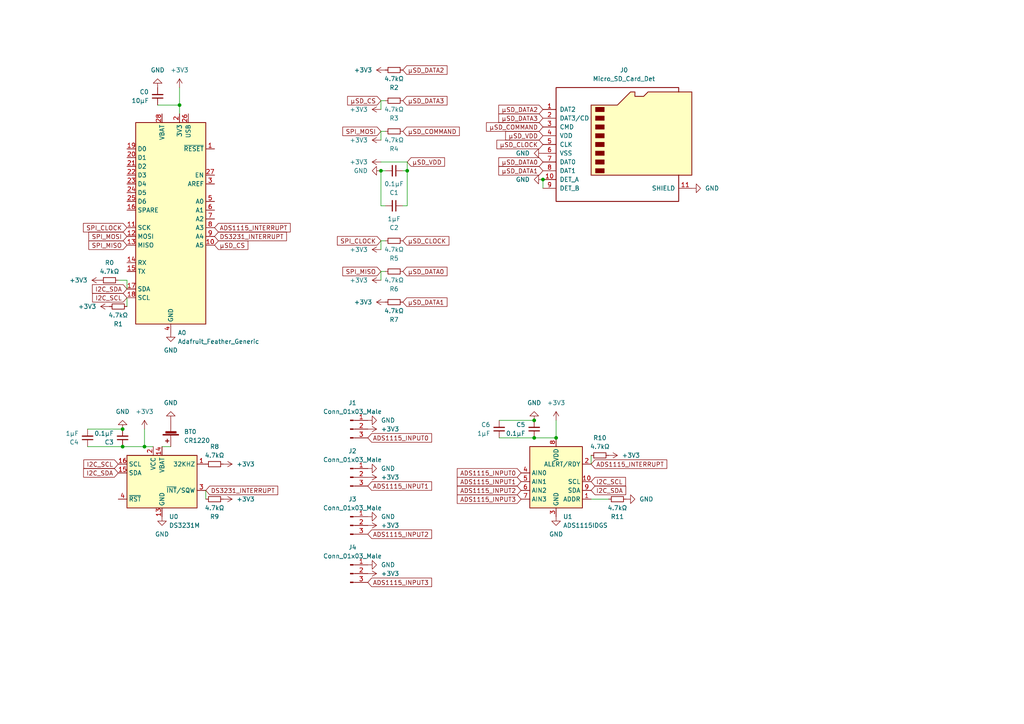
<source format=kicad_sch>
(kicad_sch (version 20211123) (generator eeschema)
  (paper "A4")
  (lib_symbols
    (symbol "Analog_ADC:ADS1115IDGS"
      (property "Reference" "U" (at 2.54 13.97 0))
      (property "Value" "ADS1115IDGS" (at 7.62 11.43 0))
      (symbol "ADS1115IDGS_0_1"
        (rectangle (start -7.62 10.16) (end 7.62 -7.62) (stroke (width 0.254)) (fill (type background)))
      )
      (symbol "ADS1115IDGS_1_1"
        (pin input line (at 10.16 -5.08 180) (length 2.54) (name "ADDR") (number "1"))
        (pin input line (at 10.16 0 180) (length 2.54) (name "SCL") (number "10"))
        (pin output line (at 10.16 5.08 180) (length 2.54) (name "ALERT/RDY") (number "2"))
        (pin power_in line (at 0 -10.16 90) (length 2.54) (name "GND") (number "3"))
        (pin input line (at -10.16 2.54 0) (length 2.54) (name "AIN0") (number "4"))
        (pin input line (at -10.16 0 0) (length 2.54) (name "AIN1") (number "5"))
        (pin input line (at -10.16 -2.54 0) (length 2.54) (name "AIN2") (number "6"))
        (pin input line (at -10.16 -5.08 0) (length 2.54) (name "AIN3") (number "7"))
        (pin power_in line (at 0 12.7 270) (length 2.54) (name "VDD") (number "8"))
        (pin bidirectional line (at 10.16 -2.54 180) (length 2.54) (name "SDA") (number "9"))
      )
    )
    (symbol "Connector:Conn_01x03_Male" (pin_names (offset 1.016) hide)
      (property "Reference" "J" (at 0 5.08 0))
      (property "Value" "Conn_01x03_Male" (at 0 -5.08 0))
      (symbol "Conn_01x03_Male_1_1"
        (polyline (pts (xy 1.27 -2.54) (xy 0.8636 -2.54)) (stroke (width 0.1524)))
        (polyline (pts (xy 1.27 0) (xy 0.8636 0)) (stroke (width 0.1524)))
        (polyline (pts (xy 1.27 2.54) (xy 0.8636 2.54)) (stroke (width 0.1524)))
        (rectangle (start 0.8636 -2.413) (end 0 -2.667) (stroke (width 0.1524)) (fill (type outline)))
        (rectangle (start 0.8636 0.127) (end 0 -0.127) (stroke (width 0.1524)) (fill (type outline)))
        (rectangle (start 0.8636 2.667) (end 0 2.413) (stroke (width 0.1524)) (fill (type outline)))
        (pin passive line (at 5.08 2.54 180) (length 3.81) (name "Pin_1") (number "1"))
        (pin passive line (at 5.08 0 180) (length 3.81) (name "Pin_2") (number "2"))
        (pin passive line (at 5.08 -2.54 180) (length 3.81) (name "Pin_3") (number "3"))
      )
    )
    (symbol "Connector:Micro_SD_Card_Det" (pin_names (offset 1.016))
      (property "Reference" "J" (at -16.51 17.78 0))
      (property "Value" "Micro_SD_Card_Det" (at 16.51 17.78 0))
      (symbol "Micro_SD_Card_Det_0_1"
        (rectangle (start -7.62 -6.985) (end -5.08 -8.255) (fill (type outline)))
        (rectangle (start -7.62 -4.445) (end -5.08 -5.715) (fill (type outline)))
        (rectangle (start -7.62 -1.905) (end -5.08 -3.175) (fill (type outline)))
        (rectangle (start -7.62 0.635) (end -5.08 -0.635) (fill (type outline)))
        (rectangle (start -7.62 3.175) (end -5.08 1.905) (fill (type outline)))
        (rectangle (start -7.62 5.715) (end -5.08 4.445) (fill (type outline)))
        (rectangle (start -7.62 8.255) (end -5.08 6.985) (fill (type outline)))
        (rectangle (start -7.62 10.795) (end -5.08 9.525) (fill (type outline)))
        (polyline (pts (xy 16.51 15.24) (xy 16.51 16.51) (xy -19.05 16.51) (xy -19.05 -16.51) (xy 16.51 -16.51) (xy 16.51 -8.89)) (stroke (width 0.254)))
        (polyline (pts (xy -8.89 -8.89) (xy -8.89 11.43) (xy -1.27 11.43) (xy 2.54 15.24) (xy 3.81 15.24) (xy 3.81 13.97) (xy 6.35 13.97) (xy 7.62 15.24) (xy 20.32 15.24) (xy 20.32 -8.89) (xy -8.89 -8.89)) (stroke (width 0.254)) (fill (type background)))
      )
      (symbol "Micro_SD_Card_Det_1_1"
        (pin bidirectional line (at -22.86 10.16 0) (length 3.81) (name "DAT2") (number "1"))
        (pin passive line (at -22.86 -10.16 0) (length 3.81) (name "DET_A") (number "10"))
        (pin passive line (at 20.32 -12.7 180) (length 3.81) (name "SHIELD") (number "11"))
        (pin bidirectional line (at -22.86 7.62 0) (length 3.81) (name "DAT3/CD") (number "2"))
        (pin input line (at -22.86 5.08 0) (length 3.81) (name "CMD") (number "3"))
        (pin power_in line (at -22.86 2.54 0) (length 3.81) (name "VDD") (number "4"))
        (pin input line (at -22.86 0 0) (length 3.81) (name "CLK") (number "5"))
        (pin power_in line (at -22.86 -2.54 0) (length 3.81) (name "VSS") (number "6"))
        (pin bidirectional line (at -22.86 -5.08 0) (length 3.81) (name "DAT0") (number "7"))
        (pin bidirectional line (at -22.86 -7.62 0) (length 3.81) (name "DAT1") (number "8"))
        (pin passive line (at -22.86 -12.7 0) (length 3.81) (name "DET_B") (number "9"))
      )
    )
    (symbol "Device:Battery_Cell" (pin_numbers hide) (pin_names (offset 0) hide)
      (property "Reference" "BT" (at 2.54 2.54 0))
      (property "Value" "Battery_Cell" (at 2.54 0 0))
      (symbol "Battery_Cell_0_1"
        (rectangle (start -2.286 1.778) (end 2.286 1.524) (fill (type outline)))
        (rectangle (start -1.5748 1.1938) (end 1.4732 0.6858) (fill (type outline)))
        (polyline (pts (xy 0 0.762) (xy 0 0)))
        (polyline (pts (xy 0 1.778) (xy 0 2.54)))
        (polyline (pts (xy 0.508 3.429) (xy 1.524 3.429)) (stroke (width 0.254)))
        (polyline (pts (xy 1.016 3.937) (xy 1.016 2.921)) (stroke (width 0.254)))
      )
      (symbol "Battery_Cell_1_1"
        (pin passive line (at 0 5.08 270) (length 2.54) (name "+") (number "1"))
        (pin passive line (at 0 -2.54 90) (length 2.54) (name "-") (number "2"))
      )
    )
    (symbol "Device:C_Small" (pin_numbers hide) (pin_names (offset 0.254) hide)
      (property "Reference" "C" (at 0.254 1.778 0))
      (property "Value" "C_Small" (at 0.254 -2.032 0))
      (symbol "C_Small_0_1"
        (polyline (pts (xy -1.524 -0.508) (xy 1.524 -0.508)) (stroke (width 0.3302)))
        (polyline (pts (xy -1.524 0.508) (xy 1.524 0.508)) (stroke (width 0.3048)))
      )
      (symbol "C_Small_1_1"
        (pin passive line (at 0 2.54 270) (length 2.032) (name "~") (number "1"))
        (pin passive line (at 0 -2.54 90) (length 2.032) (name "~") (number "2"))
      )
    )
    (symbol "Device:R_Small" (pin_numbers hide) (pin_names (offset 0.254) hide)
      (property "Reference" "R" (at 0.762 0.508 0))
      (property "Value" "R_Small" (at 0.762 -1.016 0))
      (symbol "R_Small_0_1"
        (rectangle (start -0.762 1.778) (end 0.762 -1.778) (stroke (width 0.2032)))
      )
      (symbol "R_Small_1_1"
        (pin passive line (at 0 2.54 270) (length 0.762) (name "~") (number "1"))
        (pin passive line (at 0 -2.54 90) (length 0.762) (name "~") (number "2"))
      )
    )
    (symbol "MCU_Module:Adafruit_Feather_Generic"
      (property "Reference" "A" (at -10.16 29.21 0))
      (property "Value" "Adafruit_Feather_Generic" (at 2.54 -31.75 0))
      (symbol "Adafruit_Feather_Generic_0_1"
        (rectangle (start -10.16 27.94) (end 10.16 -30.48) (stroke (width 0.254)) (fill (type background)))
      )
      (symbol "Adafruit_Feather_Generic_1_1"
        (pin input line (at 12.7 20.32 180) (length 2.54) (name "~{RESET}") (number "1"))
        (pin bidirectional line (at 12.7 -7.62 180) (length 2.54) (name "A5") (number "10"))
        (pin bidirectional line (at -12.7 -2.54 0) (length 2.54) (name "SCK") (number "11"))
        (pin bidirectional line (at -12.7 -5.08 0) (length 2.54) (name "MOSI") (number "12"))
        (pin bidirectional line (at -12.7 -7.62 0) (length 2.54) (name "MISO") (number "13"))
        (pin bidirectional line (at -12.7 -12.7 0) (length 2.54) (name "RX") (number "14"))
        (pin bidirectional line (at -12.7 -15.24 0) (length 2.54) (name "TX") (number "15"))
        (pin bidirectional line (at -12.7 2.54 0) (length 2.54) (name "SPARE") (number "16"))
        (pin bidirectional line (at -12.7 -20.32 0) (length 2.54) (name "SDA") (number "17"))
        (pin bidirectional line (at -12.7 -22.86 0) (length 2.54) (name "SCL") (number "18"))
        (pin bidirectional line (at -12.7 20.32 0) (length 2.54) (name "D0") (number "19"))
        (pin power_in line (at 2.54 30.48 270) (length 2.54) (name "3V3") (number "2"))
        (pin bidirectional line (at -12.7 17.78 0) (length 2.54) (name "D1") (number "20"))
        (pin bidirectional line (at -12.7 15.24 0) (length 2.54) (name "D2") (number "21"))
        (pin bidirectional line (at -12.7 12.7 0) (length 2.54) (name "D3") (number "22"))
        (pin bidirectional line (at -12.7 10.16 0) (length 2.54) (name "D4") (number "23"))
        (pin bidirectional line (at -12.7 7.62 0) (length 2.54) (name "D5") (number "24"))
        (pin bidirectional line (at -12.7 5.08 0) (length 2.54) (name "D6") (number "25"))
        (pin power_in line (at 5.08 30.48 270) (length 2.54) (name "USB") (number "26"))
        (pin input line (at 12.7 12.7 180) (length 2.54) (name "EN") (number "27"))
        (pin power_in line (at -2.54 30.48 270) (length 2.54) (name "VBAT") (number "28"))
        (pin input line (at 12.7 10.16 180) (length 2.54) (name "AREF") (number "3"))
        (pin power_in line (at 0 -33.02 90) (length 2.54) (name "GND") (number "4"))
        (pin bidirectional line (at 12.7 5.08 180) (length 2.54) (name "A0") (number "5"))
        (pin bidirectional line (at 12.7 2.54 180) (length 2.54) (name "A1") (number "6"))
        (pin bidirectional line (at 12.7 0 180) (length 2.54) (name "A2") (number "7"))
        (pin bidirectional line (at 12.7 -2.54 180) (length 2.54) (name "A3") (number "8"))
        (pin bidirectional line (at 12.7 -5.08 180) (length 2.54) (name "A4") (number "9"))
      )
    )
    (symbol "Timer_RTC:DS3231M"
      (property "Reference" "U" (at -7.62 8.89 0))
      (property "Value" "DS3231M" (at 10.16 8.89 0))
      (symbol "DS3231M_0_1"
        (rectangle (start -10.16 7.62) (end 10.16 -7.62) (stroke (width 0.254)) (fill (type background)))
      )
      (symbol "DS3231M_1_1"
        (pin open_collector line (at 12.7 5.08 180) (length 2.54) (name "32KHZ") (number "1"))
        (pin passive line (at 0 -10.16 90) (length 2.54) hide (name "GND") (number "10"))
        (pin passive line (at 0 -10.16 90) (length 2.54) hide (name "GND") (number "11"))
        (pin passive line (at 0 -10.16 90) (length 2.54) hide (name "GND") (number "12"))
        (pin power_in line (at 0 -10.16 90) (length 2.54) (name "GND") (number "13"))
        (pin power_in line (at 0 10.16 270) (length 2.54) (name "VBAT") (number "14"))
        (pin bidirectional line (at -12.7 2.54 0) (length 2.54) (name "SDA") (number "15"))
        (pin input line (at -12.7 5.08 0) (length 2.54) (name "SCL") (number "16"))
        (pin power_in line (at -2.54 10.16 270) (length 2.54) (name "VCC") (number "2"))
        (pin open_collector line (at 12.7 -2.54 180) (length 2.54) (name "~{INT}/SQW") (number "3"))
        (pin bidirectional line (at -12.7 -5.08 0) (length 2.54) (name "~{RST}") (number "4"))
        (pin passive line (at 0 -10.16 90) (length 2.54) hide (name "GND") (number "5"))
        (pin passive line (at 0 -10.16 90) (length 2.54) hide (name "GND") (number "6"))
        (pin passive line (at 0 -10.16 90) (length 2.54) hide (name "GND") (number "7"))
        (pin passive line (at 0 -10.16 90) (length 2.54) hide (name "GND") (number "8"))
        (pin passive line (at 0 -10.16 90) (length 2.54) hide (name "GND") (number "9"))
      )
    )
    (symbol "power:+3.3V" (power) (pin_names (offset 0))
      (property "Value" "+3.3V" (at 0 3.556 0))
      (symbol "+3.3V_0_1"
        (polyline (pts (xy -0.762 1.27) (xy 0 2.54)))
        (polyline (pts (xy 0 0) (xy 0 2.54)))
        (polyline (pts (xy 0 2.54) (xy 0.762 1.27)))
      )
      (symbol "+3.3V_1_1"
        (pin power_in line (at 0 0 90) (length 0) hide (name "+3V3") (number "1"))
      )
    )
    (symbol "power:GND" (power) (pin_names (offset 0))
      (property "Value" "GND" (at 0 -3.81 0))
      (symbol "GND_0_1"
        (polyline (pts (xy 0 0) (xy 0 -1.27) (xy 1.27 -1.27) (xy 0 -2.54) (xy -1.27 -1.27) (xy 0 -1.27)))
      )
      (symbol "GND_1_1"
        (pin power_in line (at 0 0 270) (length 0) hide (name "GND") (number "1"))
      )
    )
  )
  (junction (at 154.94 121.92))
  (junction (at 154.94 127))
  (junction (at 157.48 52.07))
  (junction (at 118.11 49.53))
  (junction (at 35.56 124.46))
  (junction (at 41.91 129.54))
  (junction (at 161.29 127))
  (junction (at 52.07 30.48))
  (junction (at 110.49 49.53))
  (junction (at 35.56 129.54))
  (wire (pts (xy 35.56 129.54) (xy 41.91 129.54)))
  (wire (pts (xy 110.49 29.21) (xy 111.76 29.21)))
  (wire (pts (xy 161.29 121.92) (xy 161.29 127)))
  (wire (pts (xy 157.48 52.07) (xy 157.48 54.61)))
  (wire (pts (xy 49.53 129.54) (xy 46.99 129.54)))
  (wire (pts (xy 110.49 40.64) (xy 110.49 38.1)))
  (wire (pts (xy 36.83 81.28) (xy 34.29 81.28)))
  (wire (pts (xy 118.11 59.69) (xy 116.84 59.69)))
  (wire (pts (xy 41.91 124.46) (xy 41.91 129.54)))
  (wire (pts (xy 59.69 142.24) (xy 59.69 144.78)))
  (wire (pts (xy 116.84 49.53) (xy 118.11 49.53)))
  (wire (pts (xy 110.49 81.28) (xy 110.49 78.74)))
  (wire (pts (xy 36.83 86.36) (xy 36.83 88.9)))
  (wire (pts (xy 110.49 49.53) (xy 111.76 49.53)))
  (wire (pts (xy 52.07 30.48) (xy 45.72 30.48)))
  (wire (pts (xy 110.49 78.74) (xy 111.76 78.74)))
  (wire (pts (xy 52.07 30.48) (xy 52.07 33.02)))
  (wire (pts (xy 171.45 132.08) (xy 171.45 134.62)))
  (wire (pts (xy 118.11 46.99) (xy 110.49 46.99)))
  (wire (pts (xy 25.4 129.54) (xy 35.56 129.54)))
  (wire (pts (xy 36.83 83.82) (xy 36.83 81.28)))
  (wire (pts (xy 110.49 31.75) (xy 110.49 29.21)))
  (wire (pts (xy 25.4 124.46) (xy 35.56 124.46)))
  (wire (pts (xy 154.94 127) (xy 161.29 127)))
  (wire (pts (xy 110.49 72.39) (xy 110.49 69.85)))
  (wire (pts (xy 52.07 25.4) (xy 52.07 30.48)))
  (wire (pts (xy 118.11 49.53) (xy 118.11 59.69)))
  (wire (pts (xy 110.49 49.53) (xy 110.49 59.69)))
  (wire (pts (xy 41.91 129.54) (xy 44.45 129.54)))
  (wire (pts (xy 118.11 49.53) (xy 118.11 46.99)))
  (wire (pts (xy 144.78 121.92) (xy 154.94 121.92)))
  (wire (pts (xy 110.49 69.85) (xy 111.76 69.85)))
  (wire (pts (xy 110.49 59.69) (xy 111.76 59.69)))
  (wire (pts (xy 176.53 144.78) (xy 171.45 144.78)))
  (wire (pts (xy 110.49 38.1) (xy 111.76 38.1)))
  (wire (pts (xy 144.78 127) (xy 154.94 127)))
  (global_label "ADS1115_INPUT1" (shape input) (at 151.13 139.7 180) (property "Intersheet References" "${INTERSHEET_REFS}" (effects hide)))
  (global_label "DS3231_INTERRUPT" (shape input) (at 59.69 142.24 0) (property "Intersheet References" "${INTERSHEET_REFS}" (effects hide)))
  (global_label "μSD_COMMAND" (shape input) (at 116.84 38.1 0) (property "Intersheet References" "${INTERSHEET_REFS}" (effects hide)))
  (global_label "I2C_SCL" (shape input) (at 34.29 134.62 180) (property "Intersheet References" "${INTERSHEET_REFS}" (effects hide)))
  (global_label "I2C_SCL" (shape input) (at 36.83 86.36 180) (property "Intersheet References" "${INTERSHEET_REFS}" (effects hide)))
  (global_label "SPI_MOSI" (shape input) (at 110.49 38.1 180) (property "Intersheet References" "${INTERSHEET_REFS}" (effects hide)))
  (global_label "μSD_DATA0" (shape input) (at 116.84 78.74 0) (property "Intersheet References" "${INTERSHEET_REFS}" (effects hide)))
  (global_label "μSD_DATA1" (shape input) (at 157.48 49.53 180) (property "Intersheet References" "${INTERSHEET_REFS}" (effects hide)))
  (global_label "ADS1115_INPUT2" (shape input) (at 151.13 142.24 180) (property "Intersheet References" "${INTERSHEET_REFS}" (effects hide)))
  (global_label "ADS1115_INPUT0" (shape input) (at 106.68 127 0) (property "Intersheet References" "${INTERSHEET_REFS}" (effects hide)))
  (global_label "μSD_CLOCK" (shape input) (at 116.84 69.85 0) (property "Intersheet References" "${INTERSHEET_REFS}" (effects hide)))
  (global_label "ADS1115_INPUT0" (shape input) (at 151.13 137.16 180) (property "Intersheet References" "${INTERSHEET_REFS}" (effects hide)))
  (global_label "ADS1115_INPUT3" (shape input) (at 151.13 144.78 180) (property "Intersheet References" "${INTERSHEET_REFS}" (effects hide)))
  (global_label "SPI_CLOCK" (shape input) (at 36.83 66.04 180) (property "Intersheet References" "${INTERSHEET_REFS}" (effects hide)))
  (global_label "ADS1115_INTERRUPT" (shape input) (at 171.45 134.62 0) (property "Intersheet References" "${INTERSHEET_REFS}" (effects hide)))
  (global_label "μSD_CLOCK" (shape input) (at 157.48 41.91 180) (property "Intersheet References" "${INTERSHEET_REFS}" (effects hide)))
  (global_label "μSD_DATA2" (shape input) (at 157.48 31.75 180) (property "Intersheet References" "${INTERSHEET_REFS}" (effects hide)))
  (global_label "ADS1115_INPUT3" (shape input) (at 106.68 168.91 0) (property "Intersheet References" "${INTERSHEET_REFS}" (effects hide)))
  (global_label "μSD_DATA2" (shape input) (at 116.84 20.32 0) (property "Intersheet References" "${INTERSHEET_REFS}" (effects hide)))
  (global_label "SPI_MISO" (shape input) (at 36.83 71.12 180) (property "Intersheet References" "${INTERSHEET_REFS}" (effects hide)))
  (global_label "μSD_VDD" (shape input) (at 118.11 46.99 0) (property "Intersheet References" "${INTERSHEET_REFS}" (effects hide)))
  (global_label "ADS1115_INPUT2" (shape input) (at 106.68 154.94 0) (property "Intersheet References" "${INTERSHEET_REFS}" (effects hide)))
  (global_label "μSD_DATA3" (shape input) (at 157.48 34.29 180) (property "Intersheet References" "${INTERSHEET_REFS}" (effects hide)))
  (global_label "μSD_COMMAND" (shape input) (at 157.48 36.83 180) (property "Intersheet References" "${INTERSHEET_REFS}" (effects hide)))
  (global_label "μSD_DATA1" (shape input) (at 116.84 87.63 0) (property "Intersheet References" "${INTERSHEET_REFS}" (effects hide)))
  (global_label "I2C_SDA" (shape input) (at 36.83 83.82 180) (property "Intersheet References" "${INTERSHEET_REFS}" (effects hide)))
  (global_label "SPI_CLOCK" (shape input) (at 110.49 69.85 180) (property "Intersheet References" "${INTERSHEET_REFS}" (effects hide)))
  (global_label "DS3231_INTERRUPT" (shape input) (at 62.23 68.58 0) (property "Intersheet References" "${INTERSHEET_REFS}" (effects hide)))
  (global_label "μSD_CS" (shape input) (at 62.23 71.12 0) (property "Intersheet References" "${INTERSHEET_REFS}" (effects hide)))
  (global_label "μSD_CS" (shape input) (at 110.49 29.21 180) (property "Intersheet References" "${INTERSHEET_REFS}" (effects hide)))
  (global_label "μSD_VDD" (shape input) (at 157.48 39.37 180) (property "Intersheet References" "${INTERSHEET_REFS}" (effects hide)))
  (global_label "μSD_DATA0" (shape input) (at 157.48 46.99 180) (property "Intersheet References" "${INTERSHEET_REFS}" (effects hide)))
  (global_label "SPI_MISO" (shape input) (at 110.49 78.74 180) (property "Intersheet References" "${INTERSHEET_REFS}" (effects hide)))
  (global_label "I2C_SDA" (shape input) (at 34.29 137.16 180) (property "Intersheet References" "${INTERSHEET_REFS}" (effects hide)))
  (global_label "μSD_DATA3" (shape input) (at 116.84 29.21 0) (property "Intersheet References" "${INTERSHEET_REFS}" (effects hide)))
  (global_label "SPI_MOSI" (shape input) (at 36.83 68.58 180) (property "Intersheet References" "${INTERSHEET_REFS}" (effects hide)))
  (global_label "I2C_SDA" (shape input) (at 171.45 142.24 0) (property "Intersheet References" "${INTERSHEET_REFS}" (effects hide)))
  (global_label "ADS1115_INTERRUPT" (shape input) (at 62.23 66.04 0) (property "Intersheet References" "${INTERSHEET_REFS}" (effects hide)))
  (global_label "ADS1115_INPUT1" (shape input) (at 106.68 140.97 0) (property "Intersheet References" "${INTERSHEET_REFS}" (effects hide)))
  (global_label "I2C_SCL" (shape input) (at 171.45 139.7 0) (property "Intersheet References" "${INTERSHEET_REFS}" (effects hide)))
  (symbol (lib_id "power:GND") (at 106.68 163.83 90) (unit 1)
    (property "Reference" "#PWR0117" (effects hide))
    (property "Value" "GND" (at 110.49 163.8299 90) (effects (justify right)))
  )
  (symbol (lib_id "Device:C_Small") (at 144.78 124.46 0) (mirror x) (unit 1)
    (property "Reference" "C6" (at 142.24 123.1835 0) (effects (justify right)))
    (property "Value" "1μF" (at 142.24 125.7235 0) (effects (justify right)))
    (property "Footprint" "Capacitor_SMD:C_0805_2012Metric" (effects hide))
  )
  (symbol (lib_id "Analog_ADC:ADS1115IDGS") (at 161.29 139.7 0) (unit 1)
    (property "Reference" "U1" (at 163.3094 149.86 0) (effects (justify left)))
    (property "Value" "ADS1115IDGS" (at 163.3094 152.4 0) (effects (justify left)))
    (property "Footprint" "Package_SO:TSSOP-10_3x3mm_P0.5mm" (effects hide))
    (property "Datasheet" "https://www.ti.com/lit/ds/symlink/ads1115.pdf" (effects hide))
  )
  (symbol (lib_id "power:+3.3V") (at 161.29 121.92 0) (unit 1)
    (property "Reference" "#PWR0124" (effects hide))
    (property "Value" "+3.3V" (at 161.29 116.84 0))
  )
  (symbol (lib_id "Device:R_Small") (at 31.75 81.28 90) (unit 1)
    (property "Reference" "R0" (at 31.75 76.2 90))
    (property "Value" "4.7kΩ" (at 31.75 78.74 90))
    (property "Footprint" "Resistor_SMD:R_0805_2012Metric" (effects hide))
  )
  (symbol (lib_id "Device:R_Small") (at 114.3 69.85 270) (unit 1)
    (property "Reference" "R5" (at 114.3 74.93 90))
    (property "Value" "4.7kΩ" (at 114.3 72.39 90))
    (property "Footprint" "Resistor_SMD:R_0805_2012Metric" (effects hide))
  )
  (symbol (lib_id "power:GND") (at 154.94 121.92 180) (unit 1)
    (property "Reference" "#PWR0125" (effects hide))
    (property "Value" "GND" (at 154.94 116.84 0))
  )
  (symbol (lib_id "Device:Battery_Cell") (at 49.53 124.46 180) (unit 1)
    (property "Reference" "BT0" (at 53.34 125.2219 0) (effects (justify right)))
    (property "Value" "CR1220" (at 53.34 127.7619 0) (effects (justify right)))
    (property "Footprint" "Battery:BatteryHolder_Keystone_3000_1x12mm" (effects hide))
    (property "Datasheet" "https://www.keyelco.com/product-pdf.cfm?p=777" (effects hide))
  )
  (symbol (lib_id "power:+3.3V") (at 64.77 144.78 270) (unit 1)
    (property "Reference" "#PWR0105" (effects hide))
    (property "Value" "+3.3V" (at 68.58 144.7799 90) (effects (justify left)))
  )
  (symbol (lib_id "Connector:Micro_SD_Card_Det") (at 180.34 41.91 0) (unit 1)
    (property "Reference" "J0" (at 180.975 20.32 0))
    (property "Value" "Micro_SD_Card_Det" (at 180.975 22.86 0))
    (property "Footprint" "Connector_Card:microSD_HC_Hirose_DM3AT-SF-PEJM5" (effects hide))
    (property "Datasheet" "https://www.hirose.com/en/product/document?documentid=0000947170" (effects hide))
  )
  (symbol (lib_id "power:+3.3V") (at 110.49 72.39 90) (unit 1)
    (property "Reference" "#PWR0134" (effects hide))
    (property "Value" "+3.3V" (at 106.68 72.3901 90) (effects (justify left)))
  )
  (symbol (lib_id "power:+3.3V") (at 106.68 166.37 270) (unit 1)
    (property "Reference" "#PWR0118" (effects hide))
    (property "Value" "+3.3V" (at 110.49 166.3699 90) (effects (justify left)))
  )
  (symbol (lib_id "Device:C_Small") (at 114.3 59.69 270) (unit 1)
    (property "Reference" "C2" (at 114.2937 66.04 90))
    (property "Value" "1μF" (at 114.2937 63.5 90))
    (property "Footprint" "Capacitor_SMD:C_0805_2012Metric" (effects hide))
  )
  (symbol (lib_id "Device:C_Small") (at 45.72 27.94 0) (mirror x) (unit 1)
    (property "Reference" "C0" (at 43.18 26.6635 0) (effects (justify right)))
    (property "Value" "10μF" (at 43.18 29.2035 0) (effects (justify right)))
    (property "Footprint" "Capacitor_SMD:C_0805_2012Metric" (effects hide))
  )
  (symbol (lib_id "Device:R_Small") (at 114.3 87.63 270) (unit 1)
    (property "Reference" "R7" (at 114.3 92.71 90))
    (property "Value" "4.7kΩ" (at 114.3 90.17 90))
    (property "Footprint" "Resistor_SMD:R_0805_2012Metric" (effects hide))
  )
  (symbol (lib_id "power:GND") (at 106.68 121.92 90) (unit 1)
    (property "Reference" "#PWR0121" (effects hide))
    (property "Value" "GND" (at 110.49 121.9199 90) (effects (justify right)))
  )
  (symbol (lib_id "MCU_Module:Adafruit_Feather_Generic") (at 49.53 63.5 0) (unit 1)
    (property "Reference" "A0" (at 51.5494 96.52 0) (effects (justify left)))
    (property "Value" "Adafruit_Feather_Generic" (at 51.5494 99.06 0) (effects (justify left)))
    (property "Footprint" "Module:Adafruit_Feather" (effects hide))
    (property "Datasheet" "https://cdn-learn.adafruit.com/downloads/pdf/adafruit-feather.pdf" (effects hide))
  )
  (symbol (lib_id "power:GND") (at 200.66 54.61 90) (unit 1)
    (property "Reference" "#PWR0110" (effects hide))
    (property "Value" "GND" (at 204.47 54.6099 90) (effects (justify right)))
  )
  (symbol (lib_id "power:GND") (at 106.68 149.86 90) (unit 1)
    (property "Reference" "#PWR0119" (effects hide))
    (property "Value" "GND" (at 110.49 149.8599 90) (effects (justify right)))
  )
  (symbol (lib_id "power:GND") (at 106.68 135.89 90) (unit 1)
    (property "Reference" "#PWR0122" (effects hide))
    (property "Value" "GND" (at 110.49 135.8899 90) (effects (justify right)))
  )
  (symbol (lib_id "Device:R_Small") (at 34.29 88.9 270) (unit 1)
    (property "Reference" "R1" (at 34.29 93.98 90))
    (property "Value" "4.7kΩ" (at 34.29 91.44 90))
    (property "Footprint" "Resistor_SMD:R_0805_2012Metric" (effects hide))
  )
  (symbol (lib_id "Device:C_Small") (at 154.94 124.46 0) (mirror x) (unit 1)
    (property "Reference" "C5" (at 152.4 123.1835 0) (effects (justify right)))
    (property "Value" "0.1μF" (at 152.4 125.7235 0) (effects (justify right)))
    (property "Footprint" "Capacitor_SMD:C_0805_2012Metric" (effects hide))
  )
  (symbol (lib_id "power:GND") (at 157.48 44.45 270) (unit 1)
    (property "Reference" "#PWR0112" (effects hide))
    (property "Value" "GND" (at 153.67 44.4499 90) (effects (justify right)))
  )
  (symbol (lib_id "Device:R_Small") (at 179.07 144.78 270) (unit 1)
    (property "Reference" "R11" (at 179.07 149.86 90))
    (property "Value" "4.7kΩ" (at 179.07 147.32 90))
    (property "Footprint" "Resistor_SMD:R_0805_2012Metric" (effects hide))
  )
  (symbol (lib_id "power:GND") (at 157.48 52.07 270) (unit 1)
    (property "Reference" "#PWR0111" (effects hide))
    (property "Value" "GND" (at 153.67 52.0699 90) (effects (justify right)))
  )
  (symbol (lib_id "power:GND") (at 161.29 149.86 0) (unit 1)
    (property "Reference" "#PWR0115" (effects hide))
    (property "Value" "GND" (at 161.29 154.94 0))
  )
  (symbol (lib_id "power:+3.3V") (at 52.07 25.4 0) (unit 1)
    (property "Reference" "#PWR0129" (effects hide))
    (property "Value" "+3.3V" (at 52.07 20.32 0))
  )
  (symbol (lib_id "Device:R_Small") (at 62.23 134.62 90) (unit 1)
    (property "Reference" "R8" (at 62.23 129.54 90))
    (property "Value" "4.7kΩ" (at 62.23 132.08 90))
    (property "Footprint" "Resistor_SMD:R_0805_2012Metric" (effects hide))
  )
  (symbol (lib_id "Device:R_Small") (at 173.99 132.08 90) (unit 1)
    (property "Reference" "R10" (at 173.99 127 90))
    (property "Value" "4.7kΩ" (at 173.99 129.54 90))
    (property "Footprint" "Resistor_SMD:R_0805_2012Metric" (effects hide))
  )
  (symbol (lib_id "power:+3.3V") (at 106.68 124.46 270) (unit 1)
    (property "Reference" "#PWR0123" (effects hide))
    (property "Value" "+3.3V" (at 110.49 124.4599 90) (effects (justify left)))
  )
  (symbol (lib_id "Device:R_Small") (at 62.23 144.78 270) (unit 1)
    (property "Reference" "R9" (at 62.23 149.86 90))
    (property "Value" "4.7kΩ" (at 62.23 147.32 90))
    (property "Footprint" "Resistor_SMD:R_0805_2012Metric" (effects hide))
  )
  (symbol (lib_id "power:+3.3V") (at 110.49 46.99 90) (unit 1)
    (property "Reference" "#PWR0126" (effects hide))
    (property "Value" "+3.3V" (at 106.68 46.9899 90) (effects (justify left)))
  )
  (symbol (lib_id "power:+3.3V") (at 110.49 81.28 90) (unit 1)
    (property "Reference" "#PWR0133" (effects hide))
    (property "Value" "+3.3V" (at 106.68 81.2801 90) (effects (justify left)))
  )
  (symbol (lib_id "power:+3.3V") (at 111.76 20.32 90) (unit 1)
    (property "Reference" "#PWR0131" (effects hide))
    (property "Value" "+3.3V" (at 107.95 20.3201 90) (effects (justify left)))
  )
  (symbol (lib_id "Timer_RTC:DS3231M") (at 46.99 139.7 0) (unit 1)
    (property "Reference" "U0" (at 49.0094 149.86 0) (effects (justify left)))
    (property "Value" "DS3231M" (at 49.0094 152.4 0) (effects (justify left)))
    (property "Footprint" "Package_SO:SOIC-16W_7.5x10.3mm_P1.27mm" (effects hide))
    (property "Datasheet" "https://datasheets.maximintegrated.com/en/ds/DS3231.pdf" (effects hide))
  )
  (symbol (lib_id "power:GND") (at 49.53 121.92 180) (unit 1)
    (property "Reference" "#PWR0108" (effects hide))
    (property "Value" "GND" (at 49.53 116.84 0))
  )
  (symbol (lib_id "Device:R_Small") (at 114.3 29.21 270) (unit 1)
    (property "Reference" "R3" (at 114.3 34.29 90))
    (property "Value" "4.7kΩ" (at 114.3 31.75 90))
    (property "Footprint" "Resistor_SMD:R_0805_2012Metric" (effects hide))
  )
  (symbol (lib_id "power:+3.3V") (at 29.21 81.28 90) (unit 1)
    (property "Reference" "#PWR0101" (effects hide))
    (property "Value" "+3.3V" (at 25.4 81.2801 90) (effects (justify left)))
  )
  (symbol (lib_id "power:+3.3V") (at 110.49 40.64 90) (unit 1)
    (property "Reference" "#PWR0127" (effects hide))
    (property "Value" "+3.3V" (at 106.68 40.6401 90) (effects (justify left)))
  )
  (symbol (lib_id "Device:R_Small") (at 114.3 78.74 270) (unit 1)
    (property "Reference" "R6" (at 114.3 83.82 90))
    (property "Value" "4.7kΩ" (at 114.3 81.28 90))
    (property "Footprint" "Resistor_SMD:R_0805_2012Metric" (effects hide))
  )
  (symbol (lib_id "power:+3.3V") (at 111.76 87.63 90) (unit 1)
    (property "Reference" "#PWR0135" (effects hide))
    (property "Value" "+3.3V" (at 107.95 87.6301 90) (effects (justify left)))
  )
  (symbol (lib_id "power:+3.3V") (at 106.68 152.4 270) (unit 1)
    (property "Reference" "#PWR0116" (effects hide))
    (property "Value" "+3.3V" (at 110.49 152.3999 90) (effects (justify left)))
  )
  (symbol (lib_id "Device:R_Small") (at 114.3 20.32 270) (unit 1)
    (property "Reference" "R2" (at 114.3 25.4 90))
    (property "Value" "4.7kΩ" (at 114.3 22.86 90))
    (property "Footprint" "Resistor_SMD:R_0805_2012Metric" (effects hide))
  )
  (symbol (lib_id "power:+3.3V") (at 110.49 31.75 90) (unit 1)
    (property "Reference" "#PWR0132" (effects hide))
    (property "Value" "+3.3V" (at 106.68 31.7501 90) (effects (justify left)))
  )
  (symbol (lib_id "Connector:Conn_01x03_Male") (at 101.6 124.46 0) (unit 1)
    (property "Reference" "J1" (at 102.235 116.84 0))
    (property "Value" "Conn_01x03_Male" (at 102.235 119.38 0))
    (property "Footprint" "Connector_JST:JST_SH_SM03B-SRSS-TB_1x03-1MP_P1.00mm_Horizontal" (effects hide))
  )
  (symbol (lib_id "Connector:Conn_01x03_Male") (at 101.6 166.37 0) (unit 1)
    (property "Reference" "J4" (at 102.235 158.75 0))
    (property "Value" "Conn_01x03_Male" (at 102.235 161.29 0))
    (property "Footprint" "Connector_JST:JST_SH_SM03B-SRSS-TB_1x03-1MP_P1.00mm_Horizontal" (effects hide))
  )
  (symbol (lib_id "power:+3.3V") (at 41.91 124.46 0) (unit 1)
    (property "Reference" "#PWR0109" (effects hide))
    (property "Value" "+3.3V" (at 41.91 119.38 0))
  )
  (symbol (lib_id "power:GND") (at 181.61 144.78 90) (unit 1)
    (property "Reference" "#PWR0113" (effects hide))
    (property "Value" "GND" (at 185.42 144.7799 90) (effects (justify right)))
  )
  (symbol (lib_id "Connector:Conn_01x03_Male") (at 101.6 152.4 0) (unit 1)
    (property "Reference" "J3" (at 102.235 144.78 0))
    (property "Value" "Conn_01x03_Male" (at 102.235 147.32 0))
    (property "Footprint" "Connector_JST:JST_SH_SM03B-SRSS-TB_1x03-1MP_P1.00mm_Horizontal" (effects hide))
  )
  (symbol (lib_id "power:GND") (at 46.99 149.86 0) (unit 1)
    (property "Reference" "#PWR0103" (effects hide))
    (property "Value" "GND" (at 46.99 154.94 0))
  )
  (symbol (lib_id "power:GND") (at 45.72 25.4 180) (unit 1)
    (property "Reference" "#PWR0130" (effects hide))
    (property "Value" "GND" (at 45.72 20.32 0))
  )
  (symbol (lib_id "power:+3.3V") (at 106.68 138.43 270) (unit 1)
    (property "Reference" "#PWR0120" (effects hide))
    (property "Value" "+3.3V" (at 110.49 138.4299 90) (effects (justify left)))
  )
  (symbol (lib_id "power:+3.3V") (at 31.75 88.9 90) (unit 1)
    (property "Reference" "#PWR0102" (effects hide))
    (property "Value" "+3.3V" (at 27.94 88.9001 90) (effects (justify left)))
  )
  (symbol (lib_id "power:GND") (at 49.53 96.52 0) (unit 1)
    (property "Reference" "#PWR0107" (effects hide))
    (property "Value" "GND" (at 49.53 101.6 0))
  )
  (symbol (lib_id "Device:C_Small") (at 35.56 127 180) (unit 1)
    (property "Reference" "C3" (at 33.02 128.2638 0) (effects (justify left)))
    (property "Value" "0.1μF" (at 33.02 125.7238 0) (effects (justify left)))
    (property "Footprint" "Capacitor_SMD:C_0805_2012Metric" (effects hide))
  )
  (symbol (lib_id "Device:R_Small") (at 114.3 38.1 270) (unit 1)
    (property "Reference" "R4" (at 114.3 43.18 90))
    (property "Value" "4.7kΩ" (at 114.3 40.64 90))
    (property "Footprint" "Resistor_SMD:R_0805_2012Metric" (effects hide))
  )
  (symbol (lib_id "power:GND") (at 110.49 49.53 270) (unit 1)
    (property "Reference" "#PWR0128" (effects hide))
    (property "Value" "GND" (at 106.68 49.5299 90) (effects (justify right)))
  )
  (symbol (lib_id "power:+3.3V") (at 64.77 134.62 270) (unit 1)
    (property "Reference" "#PWR0106" (effects hide))
    (property "Value" "+3.3V" (at 68.58 134.6199 90) (effects (justify left)))
  )
  (symbol (lib_id "Device:C_Small") (at 114.3 49.53 270) (unit 1)
    (property "Reference" "C1" (at 114.2937 55.88 90))
    (property "Value" "0.1μF" (at 114.2937 53.34 90))
    (property "Footprint" "Capacitor_SMD:C_0805_2012Metric" (effects hide))
  )
  (symbol (lib_id "Connector:Conn_01x03_Male") (at 101.6 138.43 0) (unit 1)
    (property "Reference" "J2" (at 102.235 130.81 0))
    (property "Value" "Conn_01x03_Male" (at 102.235 133.35 0))
    (property "Footprint" "Connector_JST:JST_SH_SM03B-SRSS-TB_1x03-1MP_P1.00mm_Horizontal" (effects hide))
  )
  (symbol (lib_id "Device:C_Small") (at 25.4 127 180) (unit 1)
    (property "Reference" "C4" (at 22.86 128.2638 0) (effects (justify left)))
    (property "Value" "1μF" (at 22.86 125.7238 0) (effects (justify left)))
    (property "Footprint" "Capacitor_SMD:C_0805_2012Metric" (effects hide))
  )
  (symbol (lib_id "power:GND") (at 35.56 124.46 180) (unit 1)
    (property "Reference" "#PWR0104" (effects hide))
    (property "Value" "GND" (at 35.56 119.38 0))
  )
  (symbol (lib_id "power:+3.3V") (at 176.53 132.08 270) (unit 1)
    (property "Reference" "#PWR0114" (effects hide))
    (property "Value" "+3.3V" (at 180.34 132.0799 90) (effects (justify left)))
  )
)
</source>
